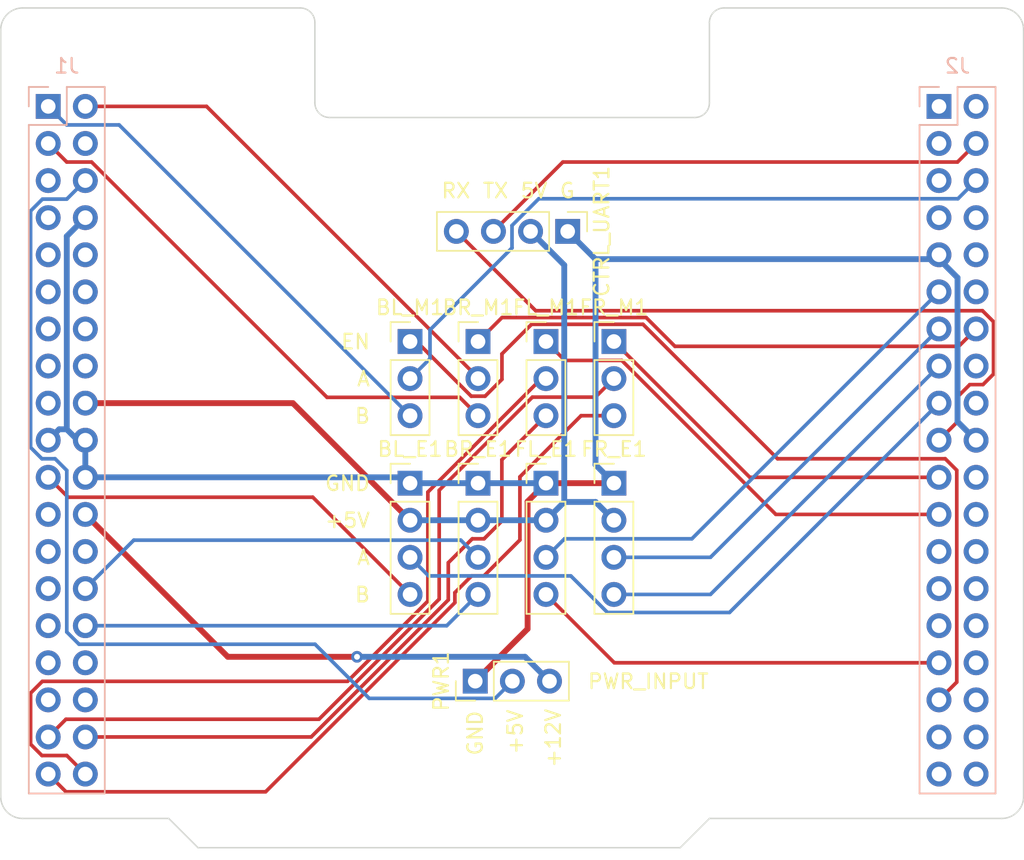
<source format=kicad_pcb>
(kicad_pcb (version 20221018) (generator pcbnew)
  (layers (0 "F.Cu" signal) (31 "B.Cu" signal) (34 "B.Paste" user) (35 "F.Paste" user) (36 "B.SilkS" user "B.Silkscreen") (37 "F.SilkS" user "F.Silkscreen") (38 "B.Mask" user) (39 "F.Mask" user) (44 "Edge.Cuts" user))
  (net 0 "")
  (net 1 "BL_ENCODER_A")
  (net 2 "BL_ENCODER_B")
  (net 3 "BL_MOTOR_EN")
  (net 4 "BL_MOTOR_A")
  (net 5 "VDD")
  (net 6 "/E5V")
  (net 7 "BL_MOTOR_B")
  (net 8 "GND")
  (net 9 "BR_ENCODER_A")
  (net 10 "BR_ENCODER_B")
  (net 11 "BR_MOTOR_EN")
  (net 12 "/IOREF")
  (net 13 "BR_MOTOR_A")
  (net 14 "/~{RST}")
  (net 15 "BR_MOTOR_B")
  (net 16 "+3V3")
  (net 17 "FL_ENCODER_A")
  (net 18 "+5V")
  (net 19 "FL_ENCODER_B")
  (net 20 "FL_MOTOR_EN")
  (net 21 "FL_MOTOR_A")
  (net 22 "FL_MOTOR_B")
  (net 23 "FR_ENCODER_A")
  (net 24 "FR_ENCODER_B")
  (net 25 "FR_MOTOR_EN")
  (net 26 "FR_MOTOR_A")
  (net 27 "FR_MOTOR_B")
  (net 28 "/PD2")
  (net 29 "+BATT")
  (net 30 "/BOOT0")
  (net 34 "/PA13")
  (net 35 "/PA14")
  (net 36 "/PA15")
  (net 37 "/PC13")
  (net 38 "/PC14")
  (net 40 "/PC15")
  (net 41 "VDDA")
  (net 42 "/5V_USB_CHGR")
  (net 43 "/PH0")
  (net 44 "/PH1")
  (net 45 "/PA4")
  (net 46 "/PB0")
  (net 47 "/PC9")
  (net 48 "/PC8")
  (net 49 "/PB8")
  (net 50 "TX6")
  (net 51 "/PB9")
  (net 53 "/PA12")
  (net 54 "/PB12")
  (net 56 "RX6")
  (net 57 "/PB2")
  (net 58 "/PB1")
  (net 59 "/PB10")
  (net 60 "/PB15")
  (net 61 "/PB4")
  (net 62 "/PB14")
  (net 63 "/PB5")
  (net 64 "GNDA")
  (net 65 "/PB13")
  (net 66 "/PC4")
  (net 67 "/PA2")
  (net 69 "/PA3")
  (net 71 "+12V")
  (footprint "Connector_PinHeader_2.54mm:PinHeader_1x04_P2.54mm_Vertical" (layer "F.Cu") (at 143.4631 88.04)
    (fp_text reference "FR_E1" (at 0 -2.33) (layer "F.SilkS"))
    (fp_text value "FR_ENCODER")
    (fp_line (start -1.33 -1.33) (end 0 -1.33) (stroke (width 0.12)) (layer "F.SilkS"))
    (fp_line (start -1.33 0) (end -1.33 -1.33) (stroke (width 0.12)) (layer "F.SilkS"))
    (fp_line (start -1.33 1.27) (end -1.33 8.95) (stroke (width 0.12)) (layer "F.SilkS"))
    (fp_line (start -1.33 1.27) (end 1.33 1.27) (stroke (width 0.12)) (layer "F.SilkS"))
    (fp_line (start -1.33 8.95) (end 1.33 8.95) (stroke (width 0.12)) (layer "F.SilkS"))
    (fp_line (start 1.33 1.27) (end 1.33 8.95) (stroke (width 0.12)) (layer "F.SilkS"))
    (pad "1" thru_hole rect locked (at 0 0) (size 1.7 1.7) (drill 1) (layers "*.Cu" "*.Mask") (net 8 "GND"))
    (pad "2" thru_hole oval locked (at 0 2.54) (size 1.7 1.7) (drill 1) (layers "*.Cu" "*.Mask") (net 18 "+5V"))
    (pad "3" thru_hole oval locked (at 0 5.08) (size 1.7 1.7) (drill 1) (layers "*.Cu" "*.Mask") (net 23 "FR_ENCODER_A"))
    (pad "4" thru_hole oval locked (at 0 7.62) (size 1.7 1.7) (drill 1) (layers "*.Cu" "*.Mask") (net 24 "FR_ENCODER_B"))
  )
  (footprint "MountingHole:MountingHole_3.2mm_M3" (layer "F.Cu") (at 160.63 59.7)
    (fp_text reference "H3" hide)
    (fp_text value "MountingHole" hide)
    (pad "" np_thru_hole circle locked (at 0 0) (size 3.2 3.2) (drill 3.2) (layers "*.Cu" "*.Mask"))
  )
  (footprint "Connector_PinHeader_2.54mm:PinHeader_1x04_P2.54mm_Vertical" (layer "F.Cu") (at 129.5131 88.04)
    (fp_text reference "BL_E1" (at 0 -2.33) (layer "F.SilkS"))
    (fp_text value "BL_ENCODER")
    (fp_line (start -1.33 -1.33) (end 0 -1.33) (stroke (width 0.12)) (layer "F.SilkS"))
    (fp_line (start -1.33 0) (end -1.33 -1.33) (stroke (width 0.12)) (layer "F.SilkS"))
    (fp_line (start -1.33 1.27) (end -1.33 8.95) (stroke (width 0.12)) (layer "F.SilkS"))
    (fp_line (start -1.33 1.27) (end 1.33 1.27) (stroke (width 0.12)) (layer "F.SilkS"))
    (fp_line (start -1.33 8.95) (end 1.33 8.95) (stroke (width 0.12)) (layer "F.SilkS"))
    (fp_line (start 1.33 1.27) (end 1.33 8.95) (stroke (width 0.12)) (layer "F.SilkS"))
    (pad "1" thru_hole rect locked (at 0 0) (size 1.7 1.7) (drill 1) (layers "*.Cu" "*.Mask") (net 8 "GND"))
    (pad "2" thru_hole oval locked (at 0 2.54) (size 1.7 1.7) (drill 1) (layers "*.Cu" "*.Mask") (net 18 "+5V"))
    (pad "3" thru_hole oval locked (at 0 5.08) (size 1.7 1.7) (drill 1) (layers "*.Cu" "*.Mask") (net 1 "BL_ENCODER_A"))
    (pad "4" thru_hole oval locked (at 0 7.62) (size 1.7 1.7) (drill 1) (layers "*.Cu" "*.Mask") (net 2 "BL_ENCODER_B"))
  )
  (footprint "Connector_PinHeader_2.54mm:PinHeader_1x03_P2.54mm_Vertical" (layer "F.Cu") (at 138.8131 78.34)
    (fp_text reference "FL_M1" (at 0 -2.33) (layer "F.SilkS"))
    (fp_text value "FL_MOTOR")
    (fp_line (start -1.33 -1.33) (end 0 -1.33) (stroke (width 0.12)) (layer "F.SilkS"))
    (fp_line (start -1.33 0) (end -1.33 -1.33) (stroke (width 0.12)) (layer "F.SilkS"))
    (fp_line (start -1.33 1.27) (end -1.33 6.41) (stroke (width 0.12)) (layer "F.SilkS"))
    (fp_line (start -1.33 1.27) (end 1.33 1.27) (stroke (width 0.12)) (layer "F.SilkS"))
    (fp_line (start -1.33 6.41) (end 1.33 6.41) (stroke (width 0.12)) (layer "F.SilkS"))
    (fp_line (start 1.33 1.27) (end 1.33 6.41) (stroke (width 0.12)) (layer "F.SilkS"))
    (pad "1" thru_hole rect locked (at 0 0) (size 1.7 1.7) (drill 1) (layers "*.Cu" "*.Mask") (net 20 "FL_MOTOR_EN"))
    (pad "2" thru_hole oval locked (at 0 2.54) (size 1.7 1.7) (drill 1) (layers "*.Cu" "*.Mask") (net 21 "FL_MOTOR_A"))
    (pad "3" thru_hole oval locked (at 0 5.08) (size 1.7 1.7) (drill 1) (layers "*.Cu" "*.Mask") (net 22 "FL_MOTOR_B"))
  )
  (footprint "Connector_PinHeader_2.54mm:PinHeader_1x03_P2.54mm_Vertical" (layer "F.Cu") (at 129.5131 78.34)
    (fp_text reference "BL_M1" (at 0 -2.33) (layer "F.SilkS"))
    (fp_text value "BL_MOTOR")
    (fp_line (start -1.33 -1.33) (end 0 -1.33) (stroke (width 0.12)) (layer "F.SilkS"))
    (fp_line (start -1.33 0) (end -1.33 -1.33) (stroke (width 0.12)) (layer "F.SilkS"))
    (fp_line (start -1.33 1.27) (end -1.33 6.41) (stroke (width 0.12)) (layer "F.SilkS"))
    (fp_line (start -1.33 1.27) (end 1.33 1.27) (stroke (width 0.12)) (layer "F.SilkS"))
    (fp_line (start -1.33 6.41) (end 1.33 6.41) (stroke (width 0.12)) (layer "F.SilkS"))
    (fp_line (start 1.33 1.27) (end 1.33 6.41) (stroke (width 0.12)) (layer "F.SilkS"))
    (pad "1" thru_hole rect locked (at 0 0) (size 1.7 1.7) (drill 1) (layers "*.Cu" "*.Mask") (net 3 "BL_MOTOR_EN"))
    (pad "2" thru_hole oval locked (at 0 2.54) (size 1.7 1.7) (drill 1) (layers "*.Cu" "*.Mask") (net 4 "BL_MOTOR_A"))
    (pad "3" thru_hole oval locked (at 0 5.08) (size 1.7 1.7) (drill 1) (layers "*.Cu" "*.Mask") (net 7 "BL_MOTOR_B"))
  )
  (footprint "Connector_PinHeader_2.54mm:PinHeader_1x03_P2.54mm_Vertical" (layer "F.Cu") (at 133.975 101.6 90)
    (fp_text reference "PWR1" (at 0 -2.33 90) (layer "F.SilkS"))
    (fp_text value "POWER")
    (fp_line (start -1.33 -1.33) (end 0 -1.33) (stroke (width 0.12)) (layer "F.SilkS"))
    (fp_line (start -1.33 0) (end -1.33 -1.33) (stroke (width 0.12)) (layer "F.SilkS"))
    (fp_line (start -1.33 1.27) (end -1.33 6.41) (stroke (width 0.12)) (layer "F.SilkS"))
    (fp_line (start -1.33 1.27) (end 1.33 1.27) (stroke (width 0.12)) (layer "F.SilkS"))
    (fp_line (start -1.33 6.41) (end 1.33 6.41) (stroke (width 0.12)) (layer "F.SilkS"))
    (fp_line (start 1.33 1.27) (end 1.33 6.41) (stroke (width 0.12)) (layer "F.SilkS"))
    (pad "1" thru_hole rect locked (at 0 0 90) (size 1.7 1.7) (drill 1) (layers "*.Cu" "*.Mask") (net 8 "GND"))
    (pad "2" thru_hole oval locked (at 0 2.54 90) (size 1.7 1.7) (drill 1) (layers "*.Cu" "*.Mask") (net 6 "/E5V"))
    (pad "3" thru_hole oval locked (at 0 5.08 90) (size 1.7 1.7) (drill 1) (layers "*.Cu" "*.Mask") (net 71 "+12V"))
  )
  (footprint "Connector_PinHeader_2.54mm:PinHeader_1x03_P2.54mm_Vertical" (layer "F.Cu") (at 143.4631 78.34)
    (fp_text reference "FR_M1" (at 0 -2.33) (layer "F.SilkS"))
    (fp_text value "FR_MOTOR")
    (fp_line (start -1.33 -1.33) (end 0 -1.33) (stroke (width 0.12)) (layer "F.SilkS"))
    (fp_line (start -1.33 0) (end -1.33 -1.33) (stroke (width 0.12)) (layer "F.SilkS"))
    (fp_line (start -1.33 1.27) (end -1.33 6.41) (stroke (width 0.12)) (layer "F.SilkS"))
    (fp_line (start -1.33 1.27) (end 1.33 1.27) (stroke (width 0.12)) (layer "F.SilkS"))
    (fp_line (start -1.33 6.41) (end 1.33 6.41) (stroke (width 0.12)) (layer "F.SilkS"))
    (fp_line (start 1.33 1.27) (end 1.33 6.41) (stroke (width 0.12)) (layer "F.SilkS"))
    (pad "1" thru_hole rect locked (at 0 0) (size 1.7 1.7) (drill 1) (layers "*.Cu" "*.Mask") (net 25 "FR_MOTOR_EN"))
    (pad "2" thru_hole oval locked (at 0 2.54) (size 1.7 1.7) (drill 1) (layers "*.Cu" "*.Mask") (net 26 "FR_MOTOR_A"))
    (pad "3" thru_hole oval locked (at 0 5.08) (size 1.7 1.7) (drill 1) (layers "*.Cu" "*.Mask") (net 27 "FR_MOTOR_B"))
  )
  (footprint "Connector_PinHeader_2.54mm:PinHeader_1x04_P2.54mm_Vertical" (layer "F.Cu") (at 134.1631 88.04)
    (fp_text reference "BR_E1" (at 0 -2.33) (layer "F.SilkS"))
    (fp_text value "BR_ENCODER")
    (fp_line (start -1.33 -1.33) (end 0 -1.33) (stroke (width 0.12)) (layer "F.SilkS"))
    (fp_line (start -1.33 0) (end -1.33 -1.33) (stroke (width 0.12)) (layer "F.SilkS"))
    (fp_line (start -1.33 1.27) (end -1.33 8.95) (stroke (width 0.12)) (layer "F.SilkS"))
    (fp_line (start -1.33 1.27) (end 1.33 1.27) (stroke (width 0.12)) (layer "F.SilkS"))
    (fp_line (start -1.33 8.95) (end 1.33 8.95) (stroke (width 0.12)) (layer "F.SilkS"))
    (fp_line (start 1.33 1.27) (end 1.33 8.95) (stroke (width 0.12)) (layer "F.SilkS"))
    (pad "1" thru_hole rect locked (at 0 0) (size 1.7 1.7) (drill 1) (layers "*.Cu" "*.Mask") (net 8 "GND"))
    (pad "2" thru_hole oval locked (at 0 2.54) (size 1.7 1.7) (drill 1) (layers "*.Cu" "*.Mask") (net 18 "+5V"))
    (pad "3" thru_hole oval locked (at 0 5.08) (size 1.7 1.7) (drill 1) (layers "*.Cu" "*.Mask") (net 9 "BR_ENCODER_A"))
    (pad "4" thru_hole oval locked (at 0 7.62) (size 1.7 1.7) (drill 1) (layers "*.Cu" "*.Mask") (net 10 "BR_ENCODER_B"))
  )
  (footprint "Connector_PinHeader_2.54mm:PinHeader_1x03_P2.54mm_Vertical" (layer "F.Cu") (at 134.1631 78.34)
    (fp_text reference "BR_M1" (at 0 -2.33) (layer "F.SilkS"))
    (fp_text value "BR_MOTOR")
    (fp_line (start -1.33 -1.33) (end 0 -1.33) (stroke (width 0.12)) (layer "F.SilkS"))
    (fp_line (start -1.33 0) (end -1.33 -1.33) (stroke (width 0.12)) (layer "F.SilkS"))
    (fp_line (start -1.33 1.27) (end -1.33 6.41) (stroke (width 0.12)) (layer "F.SilkS"))
    (fp_line (start -1.33 1.27) (end 1.33 1.27) (stroke (width 0.12)) (layer "F.SilkS"))
    (fp_line (start -1.33 6.41) (end 1.33 6.41) (stroke (width 0.12)) (layer "F.SilkS"))
    (fp_line (start 1.33 1.27) (end 1.33 6.41) (stroke (width 0.12)) (layer "F.SilkS"))
    (pad "1" thru_hole rect locked (at 0 0) (size 1.7 1.7) (drill 1) (layers "*.Cu" "*.Mask") (net 11 "BR_MOTOR_EN"))
    (pad "2" thru_hole oval locked (at 0 2.54) (size 1.7 1.7) (drill 1) (layers "*.Cu" "*.Mask") (net 13 "BR_MOTOR_A"))
    (pad "3" thru_hole oval locked (at 0 5.08) (size 1.7 1.7) (drill 1) (layers "*.Cu" "*.Mask") (net 15 "BR_MOTOR_B"))
  )
  (footprint "MountingHole:MountingHole_3.2mm_M3" (layer "F.Cu") (at 145.39 110.4)
    (fp_text reference "H1" hide)
    (fp_text value "MountingHole" hide)
    (pad "" np_thru_hole circle locked (at 0 0) (size 3.2 3.2) (drill 3.2) (layers "*.Cu" "*.Mask"))
  )
  (footprint "MountingHole:MountingHole_3.2mm_M3" (layer "F.Cu") (at 112.37 58.43)
    (fp_text reference "H2" hide)
    (fp_text value "MountingHole" hide)
    (pad "" np_thru_hole circle locked (at 0 0) (size 3.2 3.2) (drill 3.2) (layers "F&B.Cu" "*.Mask"))
  )
  (footprint "Connector_PinHeader_2.54mm:PinHeader_1x04_P2.54mm_Vertical" (layer "F.Cu") (at 140.3 70.8 -90)
    (fp_text reference "CTRL_UART1" (at 0 -2.33 -90) (layer "F.SilkS"))
    (fp_text value "CTRL_UART")
    (fp_line (start -1.33 -1.33) (end 0 -1.33) (stroke (width 0.12)) (layer "F.SilkS"))
    (fp_line (start -1.33 0) (end -1.33 -1.33) (stroke (width 0.12)) (layer "F.SilkS"))
    (fp_line (start -1.33 1.27) (end -1.33 8.95) (stroke (width 0.12)) (layer "F.SilkS"))
    (fp_line (start -1.33 1.27) (end 1.33 1.27) (stroke (width 0.12)) (layer "F.SilkS"))
    (fp_line (start -1.33 8.95) (end 1.33 8.95) (stroke (width 0.12)) (layer "F.SilkS"))
    (fp_line (start 1.33 1.27) (end 1.33 8.95) (stroke (width 0.12)) (layer "F.SilkS"))
    (pad "1" thru_hole rect locked (at 0 0 270) (size 1.7 1.7) (drill 1) (layers "*.Cu" "*.Mask") (net 8 "GND"))
    (pad "2" thru_hole oval locked (at 0 2.54 270) (size 1.7 1.7) (drill 1) (layers "*.Cu" "*.Mask") (net 18 "+5V"))
    (pad "3" thru_hole oval locked (at 0 5.08 270) (size 1.7 1.7) (drill 1) (layers "*.Cu" "*.Mask") (net 50 "TX6"))
    (pad "4" thru_hole oval locked (at 0 7.62 270) (size 1.7 1.7) (drill 1) (layers "*.Cu" "*.Mask") (net 56 "RX6"))
  )
  (footprint "Connector_PinHeader_2.54mm:PinHeader_1x04_P2.54mm_Vertical" (layer "F.Cu") (at 138.8131 88.04)
    (fp_text reference "FL_E1" (at 0 -2.33) (layer "F.SilkS"))
    (fp_text value "FL_ENCODER")
    (fp_line (start -1.33 -1.33) (end 0 -1.33) (stroke (width 0.12)) (layer "F.SilkS"))
    (fp_line (start -1.33 0) (end -1.33 -1.33) (stroke (width 0.12)) (layer "F.SilkS"))
    (fp_line (start -1.33 1.27) (end -1.33 8.95) (stroke (width 0.12)) (layer "F.SilkS"))
    (fp_line (start -1.33 1.27) (end 1.33 1.27) (stroke (width 0.12)) (layer "F.SilkS"))
    (fp_line (start -1.33 8.95) (end 1.33 8.95) (stroke (width 0.12)) (layer "F.SilkS"))
    (fp_line (start 1.33 1.27) (end 1.33 8.95) (stroke (width 0.12)) (layer "F.SilkS"))
    (pad "1" thru_hole rect locked (at 0 0) (size 1.7 1.7) (drill 1) (layers "*.Cu" "*.Mask") (net 8 "GND"))
    (pad "2" thru_hole oval locked (at 0 2.54) (size 1.7 1.7) (drill 1) (layers "*.Cu" "*.Mask") (net 18 "+5V"))
    (pad "3" thru_hole oval locked (at 0 5.08) (size 1.7 1.7) (drill 1) (layers "*.Cu" "*.Mask") (net 17 "FL_ENCODER_A"))
    (pad "4" thru_hole oval locked (at 0 7.62) (size 1.7 1.7) (drill 1) (layers "*.Cu" "*.Mask") (net 19 "FL_ENCODER_B"))
  )
  (footprint "Connector_PinSocket_2.54mm:PinSocket_2x19_P2.54mm_Vertical" (layer "B.Cu") (at 165.71 62.24 180)
    (fp_text reference "J2" (at -1.27 2.77) (layer "B.SilkS") (effects (justify mirror)))
    (fp_text value "CN10")
    (fp_line (start -3.87 -47.05) (end 1.33 -47.05) (stroke (width 0.12)) (layer "B.SilkS"))
    (fp_line (start -3.87 1.33) (end -3.87 -47.05) (stroke (width 0.12)) (layer "B.SilkS"))
    (fp_line (start -3.87 1.33) (end -1.27 1.33) (stroke (width 0.12)) (layer "B.SilkS"))
    (fp_line (start -1.27 -1.27) (end 1.33 -1.27) (stroke (width 0.12)) (layer "B.SilkS"))
    (fp_line (start -1.27 1.33) (end -1.27 -1.27) (stroke (width 0.12)) (layer "B.SilkS"))
    (fp_line (start 0 1.33) (end 1.33 1.33) (stroke (width 0.12)) (layer "B.SilkS"))
    (fp_line (start 1.33 -1.27) (end 1.33 -47.05) (stroke (width 0.12)) (layer "B.SilkS"))
    (fp_line (start 1.33 1.33) (end 1.33 0) (stroke (width 0.12)) (layer "B.SilkS"))
    (pad "1" thru_hole rect locked (at 0 0 180) (size 1.7 1.7) (drill 1) (layers "*.Cu" "*.Mask") (net 47 "/PC9"))
    (pad "2" thru_hole oval locked (at -2.54 0 180) (size 1.7 1.7) (drill 1) (layers "*.Cu" "*.Mask") (net 48 "/PC8"))
    (pad "3" thru_hole oval locked (at 0 -2.54 180) (size 1.7 1.7) (drill 1) (layers "*.Cu" "*.Mask") (net 49 "/PB8"))
    (pad "4" thru_hole oval locked (at -2.54 -2.54 180) (size 1.7 1.7) (drill 1) (layers "*.Cu" "*.Mask") (net 50 "TX6"))
    (pad "5" thru_hole oval locked (at 0 -5.08 180) (size 1.7 1.7) (drill 1) (layers "*.Cu" "*.Mask") (net 51 "/PB9"))
    (pad "6" thru_hole oval locked (at -2.54 -5.08 180) (size 1.7 1.7) (drill 1) (layers "*.Cu" "*.Mask") (net 4 "BL_MOTOR_A"))
    (pad "7" thru_hole oval locked (at 0 -7.62 180) (size 1.7 1.7) (drill 1) (layers "*.Cu" "*.Mask") (net 41 "VDDA"))
    (pad "8" thru_hole oval locked (at -2.54 -7.62 180) (size 1.7 1.7) (drill 1) (layers "*.Cu" "*.Mask") (net 42 "/5V_USB_CHGR"))
    (pad "9" thru_hole oval locked (at 0 -10.16 180) (size 1.7 1.7) (drill 1) (layers "*.Cu" "*.Mask") (net 8 "GND"))
    (pad "10" thru_hole oval locked (at -2.54 -10.16 180) (size 1.7 1.7) (drill 1) (layers "*.Cu" "*.Mask"))
    (pad "11" thru_hole oval locked (at 0 -12.7 180) (size 1.7 1.7) (drill 1) (layers "*.Cu" "*.Mask") (net 17 "FL_ENCODER_A"))
    (pad "12" thru_hole oval locked (at -2.54 -12.7 180) (size 1.7 1.7) (drill 1) (layers "*.Cu" "*.Mask") (net 53 "/PA12"))
    (pad "13" thru_hole oval locked (at 0 -15.24 180) (size 1.7 1.7) (drill 1) (layers "*.Cu" "*.Mask") (net 23 "FR_ENCODER_A"))
    (pad "14" thru_hole oval locked (at -2.54 -15.24 180) (size 1.7 1.7) (drill 1) (layers "*.Cu" "*.Mask") (net 11 "BR_MOTOR_EN"))
    (pad "15" thru_hole oval locked (at 0 -17.78 180) (size 1.7 1.7) (drill 1) (layers "*.Cu" "*.Mask") (net 24 "FR_ENCODER_B"))
    (pad "16" thru_hole oval locked (at -2.54 -17.78 180) (size 1.7 1.7) (drill 1) (layers "*.Cu" "*.Mask") (net 54 "/PB12"))
    (pad "17" thru_hole oval locked (at 0 -20.32 180) (size 1.7 1.7) (drill 1) (layers "*.Cu" "*.Mask") (net 1 "BL_ENCODER_A"))
    (pad "18" thru_hole oval locked (at -2.54 -20.32 180) (size 1.7 1.7) (drill 1) (layers "*.Cu" "*.Mask"))
    (pad "19" thru_hole oval locked (at 0 -22.86 180) (size 1.7 1.7) (drill 1) (layers "*.Cu" "*.Mask") (net 56 "RX6"))
    (pad "20" thru_hole oval locked (at -2.54 -22.86 180) (size 1.7 1.7) (drill 1) (layers "*.Cu" "*.Mask") (net 8 "GND"))
    (pad "21" thru_hole oval locked (at 0 -25.4 180) (size 1.7 1.7) (drill 1) (layers "*.Cu" "*.Mask") (net 25 "FR_MOTOR_EN"))
    (pad "22" thru_hole oval locked (at -2.54 -25.4 180) (size 1.7 1.7) (drill 1) (layers "*.Cu" "*.Mask") (net 57 "/PB2"))
    (pad "23" thru_hole oval locked (at 0 -27.94 180) (size 1.7 1.7) (drill 1) (layers "*.Cu" "*.Mask") (net 20 "FL_MOTOR_EN"))
    (pad "24" thru_hole oval locked (at -2.54 -27.94 180) (size 1.7 1.7) (drill 1) (layers "*.Cu" "*.Mask") (net 58 "/PB1"))
    (pad "25" thru_hole oval locked (at 0 -30.48 180) (size 1.7 1.7) (drill 1) (layers "*.Cu" "*.Mask") (net 59 "/PB10"))
    (pad "26" thru_hole oval locked (at -2.54 -30.48 180) (size 1.7 1.7) (drill 1) (layers "*.Cu" "*.Mask") (net 60 "/PB15"))
    (pad "27" thru_hole oval locked (at 0 -33.02 180) (size 1.7 1.7) (drill 1) (layers "*.Cu" "*.Mask") (net 61 "/PB4"))
    (pad "28" thru_hole oval locked (at -2.54 -33.02 180) (size 1.7 1.7) (drill 1) (layers "*.Cu" "*.Mask") (net 62 "/PB14"))
    (pad "29" thru_hole oval locked (at 0 -35.56 180) (size 1.7 1.7) (drill 1) (layers "*.Cu" "*.Mask") (net 63 "/PB5"))
    (pad "30" thru_hole oval locked (at -2.54 -35.56 180) (size 1.7 1.7) (drill 1) (layers "*.Cu" "*.Mask") (net 65 "/PB13"))
    (pad "31" thru_hole oval locked (at 0 -38.1 180) (size 1.7 1.7) (drill 1) (layers "*.Cu" "*.Mask") (net 19 "FL_ENCODER_B"))
    (pad "32" thru_hole oval locked (at -2.54 -38.1 180) (size 1.7 1.7) (drill 1) (layers "*.Cu" "*.Mask") (net 64 "GNDA"))
    (pad "33" thru_hole oval locked (at 0 -40.64 180) (size 1.7 1.7) (drill 1) (layers "*.Cu" "*.Mask") (net 3 "BL_MOTOR_EN"))
    (pad "34" thru_hole oval locked (at -2.54 -40.64 180) (size 1.7 1.7) (drill 1) (layers "*.Cu" "*.Mask") (net 66 "/PC4"))
    (pad "35" thru_hole oval locked (at 0 -43.18 180) (size 1.7 1.7) (drill 1) (layers "*.Cu" "*.Mask") (net 67 "/PA2"))
    (pad "36" thru_hole oval locked (at -2.54 -43.18 180) (size 1.7 1.7) (drill 1) (layers "*.Cu" "*.Mask"))
    (pad "37" thru_hole oval locked (at 0 -45.72 180) (size 1.7 1.7) (drill 1) (layers "*.Cu" "*.Mask") (net 69 "/PA3"))
    (pad "38" thru_hole oval locked (at -2.54 -45.72 180) (size 1.7 1.7) (drill 1) (layers "*.Cu" "*.Mask"))
  )
  (footprint "Connector_PinSocket_2.54mm:PinSocket_2x19_P2.54mm_Vertical" (layer "B.Cu") (at 104.75 62.24 180)
    (fp_text reference "J1" (at -1.27 2.77) (layer "B.SilkS") (effects (justify mirror)))
    (fp_text value "CN7")
    (fp_line (start -3.87 -47.05) (end 1.33 -47.05) (stroke (width 0.12)) (layer "B.SilkS"))
    (fp_line (start -3.87 1.33) (end -3.87 -47.05) (stroke (width 0.12)) (layer "B.SilkS"))
    (fp_line (start -3.87 1.33) (end -1.27 1.33) (stroke (width 0.12)) (layer "B.SilkS"))
    (fp_line (start -1.27 -1.27) (end 1.33 -1.27) (stroke (width 0.12)) (layer "B.SilkS"))
    (fp_line (start -1.27 1.33) (end -1.27 -1.27) (stroke (width 0.12)) (layer "B.SilkS"))
    (fp_line (start 0 1.33) (end 1.33 1.33) (stroke (width 0.12)) (layer "B.SilkS"))
    (fp_line (start 1.33 -1.27) (end 1.33 -47.05) (stroke (width 0.12)) (layer "B.SilkS"))
    (fp_line (start 1.33 1.33) (end 1.33 0) (stroke (width 0.12)) (layer "B.SilkS"))
    (pad "1" thru_hole rect locked (at 0 0 180) (size 1.7 1.7) (drill 1) (layers "*.Cu" "*.Mask") (net 7 "BL_MOTOR_B"))
    (pad "2" thru_hole oval locked (at -2.54 0 180) (size 1.7 1.7) (drill 1) (layers "*.Cu" "*.Mask") (net 13 "BR_MOTOR_A"))
    (pad "3" thru_hole oval locked (at 0 -2.54 180) (size 1.7 1.7) (drill 1) (layers "*.Cu" "*.Mask") (net 15 "BR_MOTOR_B"))
    (pad "4" thru_hole oval locked (at -2.54 -2.54 180) (size 1.7 1.7) (drill 1) (layers "*.Cu" "*.Mask") (net 28 "/PD2"))
    (pad "5" thru_hole oval locked (at 0 -5.08 180) (size 1.7 1.7) (drill 1) (layers "*.Cu" "*.Mask") (net 5 "VDD"))
    (pad "6" thru_hole oval locked (at -2.54 -5.08 180) (size 1.7 1.7) (drill 1) (layers "*.Cu" "*.Mask") (net 6 "/E5V"))
    (pad "7" thru_hole oval locked (at 0 -7.62 180) (size 1.7 1.7) (drill 1) (layers "*.Cu" "*.Mask") (net 30 "/BOOT0"))
    (pad "8" thru_hole oval locked (at -2.54 -7.62 180) (size 1.7 1.7) (drill 1) (layers "*.Cu" "*.Mask") (net 8 "GND"))
    (pad "9" thru_hole oval locked (at 0 -10.16 180) (size 1.7 1.7) (drill 1) (layers "*.Cu" "*.Mask"))
    (pad "10" thru_hole oval locked (at -2.54 -10.16 180) (size 1.7 1.7) (drill 1) (layers "*.Cu" "*.Mask"))
    (pad "11" thru_hole oval locked (at 0 -12.7 180) (size 1.7 1.7) (drill 1) (layers "*.Cu" "*.Mask"))
    (pad "12" thru_hole oval locked (at -2.54 -12.7 180) (size 1.7 1.7) (drill 1) (layers "*.Cu" "*.Mask") (net 12 "/IOREF"))
    (pad "13" thru_hole oval locked (at 0 -15.24 180) (size 1.7 1.7) (drill 1) (layers "*.Cu" "*.Mask") (net 34 "/PA13"))
    (pad "14" thru_hole oval locked (at -2.54 -15.24 180) (size 1.7 1.7) (drill 1) (layers "*.Cu" "*.Mask") (net 14 "/~{RST}"))
    (pad "15" thru_hole oval locked (at 0 -17.78 180) (size 1.7 1.7) (drill 1) (layers "*.Cu" "*.Mask") (net 35 "/PA14"))
    (pad "16" thru_hole oval locked (at -2.54 -17.78 180) (size 1.7 1.7) (drill 1) (layers "*.Cu" "*.Mask") (net 16 "+3V3"))
    (pad "17" thru_hole oval locked (at 0 -20.32 180) (size 1.7 1.7) (drill 1) (layers "*.Cu" "*.Mask") (net 36 "/PA15"))
    (pad "18" thru_hole oval locked (at -2.54 -20.32 180) (size 1.7 1.7) (drill 1) (layers "*.Cu" "*.Mask") (net 18 "+5V"))
    (pad "19" thru_hole oval locked (at 0 -22.86 180) (size 1.7 1.7) (drill 1) (layers "*.Cu" "*.Mask") (net 8 "GND"))
    (pad "20" thru_hole oval locked (at -2.54 -22.86 180) (size 1.7 1.7) (drill 1) (layers "*.Cu" "*.Mask") (net 8 "GND"))
    (pad "21" thru_hole oval locked (at 0 -25.4 180) (size 1.7 1.7) (drill 1) (layers "*.Cu" "*.Mask") (net 2 "BL_ENCODER_B"))
    (pad "22" thru_hole oval locked (at -2.54 -25.4 180) (size 1.7 1.7) (drill 1) (layers "*.Cu" "*.Mask") (net 8 "GND"))
    (pad "23" thru_hole oval locked (at 0 -27.94 180) (size 1.7 1.7) (drill 1) (layers "*.Cu" "*.Mask") (net 37 "/PC13"))
    (pad "24" thru_hole oval locked (at -2.54 -27.94 180) (size 1.7 1.7) (drill 1) (layers "*.Cu" "*.Mask") (net 71 "+12V"))
    (pad "25" thru_hole oval locked (at 0 -30.48 180) (size 1.7 1.7) (drill 1) (layers "*.Cu" "*.Mask") (net 38 "/PC14"))
    (pad "26" thru_hole oval locked (at -2.54 -30.48 180) (size 1.7 1.7) (drill 1) (layers "*.Cu" "*.Mask"))
    (pad "27" thru_hole oval locked (at 0 -33.02 180) (size 1.7 1.7) (drill 1) (layers "*.Cu" "*.Mask") (net 40 "/PC15"))
    (pad "28" thru_hole oval locked (at -2.54 -33.02 180) (size 1.7 1.7) (drill 1) (layers "*.Cu" "*.Mask") (net 9 "BR_ENCODER_A"))
    (pad "29" thru_hole oval locked (at 0 -35.56 180) (size 1.7 1.7) (drill 1) (layers "*.Cu" "*.Mask") (net 43 "/PH0"))
    (pad "30" thru_hole oval locked (at -2.54 -35.56 180) (size 1.7 1.7) (drill 1) (layers "*.Cu" "*.Mask") (net 10 "BR_ENCODER_B"))
    (pad "31" thru_hole oval locked (at 0 -38.1 180) (size 1.7 1.7) (drill 1) (layers "*.Cu" "*.Mask") (net 44 "/PH1"))
    (pad "32" thru_hole oval locked (at -2.54 -38.1 180) (size 1.7 1.7) (drill 1) (layers "*.Cu" "*.Mask") (net 45 "/PA4"))
    (pad "33" thru_hole oval locked (at 0 -40.64 180) (size 1.7 1.7) (drill 1) (layers "*.Cu" "*.Mask") (net 29 "+BATT"))
    (pad "34" thru_hole oval locked (at -2.54 -40.64 180) (size 1.7 1.7) (drill 1) (layers "*.Cu" "*.Mask") (net 46 "/PB0"))
    (pad "35" thru_hole oval locked (at 0 -43.18 180) (size 1.7 1.7) (drill 1) (layers "*.Cu" "*.Mask") (net 26 "FR_MOTOR_A"))
    (pad "36" thru_hole oval locked (at -2.54 -43.18 180) (size 1.7 1.7) (drill 1) (layers "*.Cu" "*.Mask") (net 22 "FL_MOTOR_B"))
    (pad "37" thru_hole oval locked (at 0 -45.72 180) (size 1.7 1.7) (drill 1) (layers "*.Cu" "*.Mask") (net 27 "FR_MOTOR_B"))
    (pad "38" thru_hole oval locked (at -2.54 -45.72 180) (size 1.7 1.7) (drill 1) (layers "*.Cu" "*.Mask") (net 21 "FL_MOTOR_A"))
  )
  (gr_line (start 151 55.5) (end 170 55.5) (stroke (width 0.1)) (layer "Edge.Cuts"))
  (gr_line (start 148 113) (end 150 111) (stroke (width 0.1)) (layer "Edge.Cuts"))
  (gr_arc (start 101.5 57) (mid 101.93934 55.93934) (end 103 55.5) (stroke (width 0.1)) (layer "Edge.Cuts"))
  (gr_line (start 150 62) (end 150 56.5) (stroke (width 0.1)) (layer "Edge.Cuts"))
  (gr_arc (start 122 55.5) (mid 122.707107 55.792893) (end 123 56.5) (stroke (width 0.1)) (layer "Edge.Cuts"))
  (gr_arc (start 103 111) (mid 101.93934 110.56066) (end 101.5 109.5) (stroke (width 0.1)) (layer "Edge.Cuts"))
  (gr_arc (start 150 56.5) (mid 150.292893 55.792893) (end 151 55.5) (stroke (width 0.1)) (layer "Edge.Cuts"))
  (gr_arc (start 171.5 109.5) (mid 171.06066 110.56066) (end 170 111) (stroke (width 0.1)) (layer "Edge.Cuts"))
  (gr_line (start 123 56.5) (end 123 62) (stroke (width 0.1)) (layer "Edge.Cuts"))
  (gr_arc (start 150 62) (mid 149.707107 62.707107) (end 149 63) (stroke (width 0.1)) (layer "Edge.Cuts"))
  (gr_line (start 171.5 57) (end 171.5 109.5) (stroke (width 0.1)) (layer "Edge.Cuts"))
  (gr_line (start 115 113) (end 148 113) (stroke (width 0.1)) (layer "Edge.Cuts"))
  (gr_arc (start 170 55.5) (mid 171.06066 55.93934) (end 171.5 57) (stroke (width 0.1)) (layer "Edge.Cuts"))
  (gr_line (start 113 111) (end 115 113) (stroke (width 0.1)) (layer "Edge.Cuts"))
  (gr_arc (start 124 63) (mid 123.292893 62.707107) (end 123 62) (stroke (width 0.1)) (layer "Edge.Cuts"))
  (gr_line (start 103 55.5) (end 122 55.5) (stroke (width 0.1)) (layer "Edge.Cuts"))
  (gr_line (start 101.5 57) (end 101.5 109.5) (stroke (width 0.1)) (layer "Edge.Cuts"))
  (gr_line (start 124 63) (end 149 63) (stroke (width 0.1)) (layer "Edge.Cuts"))
  (gr_line (start 103 111) (end 113 111) (stroke (width 0.1)) (layer "Edge.Cuts"))
  (gr_line (start 150 111) (end 170 111) (stroke (width 0.1)) (layer "Edge.Cuts"))
  (gr_text "TX" (at 134.404524 68.6) (layer "F.SilkS") (effects (font (size 1 1)) (justify left bottom)))
  (gr_text "GND" (at 123.609524 88.64175) (layer "F.SilkS") (effects (font (size 1 1)) (justify left bottom)))
  (gr_text "A" (at 125.8 81.48175) (layer "F.SilkS") (effects (font (size 1 1)) (justify left bottom)))
  (gr_text "G" (at 139.675 68.6) (layer "F.SilkS") (effects (font (size 1 1)) (justify left bottom)))
  (gr_text "A" (at 125.8 93.72175) (layer "F.SilkS") (effects (font (size 1 1)) (justify left bottom)))
  (gr_text "EN" (at 124.704762 78.94175) (layer "F.SilkS") (effects (font (size 1 1)) (justify left bottom)))
  (gr_text "GND" (at 134.556086 106.778046 90) (layer "F.SilkS") (effects (font (size 1 1)) (justify left bottom)))
  (gr_text "B" (at 125.657143 84.02175) (layer "F.SilkS") (effects (font (size 1 1)) (justify left bottom)))
  (gr_text "B" (at 125.657143 96.26175) (layer "F.SilkS") (effects (font (size 1 1)) (justify left bottom)))
  (gr_text "+5V" (at 137.3 106.7 90) (layer "F.SilkS") (effects (font (size 1 1)) (justify left bottom)))
  (gr_text "+5V" (at 123.609524 91.18175) (layer "F.SilkS") (effects (font (size 1 1)) (justify left bottom)))
  (gr_text "PWR_INPUT" (at 141.6 102.20175) (layer "F.SilkS") (effects (font (size 1 1)) (justify left bottom)))
  (gr_text "5V" (at 136.992143 68.6) (layer "F.SilkS") (effects (font (size 1 1)) (justify left bottom)))
  (gr_text "RX" (at 131.57881 68.6) (layer "F.SilkS") (effects (font (size 1 1)) (justify left bottom)))
  (gr_text "+12V" (at 139.9 107.6 90) (layer "F.SilkS") (effects (font (size 1 1)) (justify left bottom)))
  (segment (start 165.71 82.56) (end 151.3748 96.8952) (width 0.25) (layer "B.Cu") (net 1))
  (segment (start 130.7831 94.39) (end 129.5131 93.12) (width 0.25) (layer "B.Cu") (net 1))
  (segment (start 151.3748 96.8952) (end 143.0211 96.8952) (width 0.25) (layer "B.Cu") (net 1))
  (segment (start 143.0211 96.8952) (end 140.5159 94.39) (width 0.25) (layer "B.Cu") (net 1))
  (segment (start 140.5159 94.39) (end 130.7831 94.39) (width 0.25) (layer "B.Cu") (net 1))
  (segment (start 106.1131 89.0031) (end 122.8562 89.0031) (width 0.25) (layer "F.Cu") (net 2))
  (segment (start 122.8562 89.0031) (end 129.5131 95.66) (width 0.25) (layer "F.Cu") (net 2))
  (segment (start 104.75 87.64) (end 106.1131 89.0031) (width 0.25) (layer "F.Cu") (net 2))
  (segment (start 135.8011 79.1897) (end 135.8011 80.9303) (width 0.25) (layer "F.Cu") (net 3))
  (segment (start 145.4565 77.1631) (end 137.8277 77.1631) (width 0.25) (layer "F.Cu") (net 3))
  (segment (start 134.646 82.0854) (end 133.6995 82.0854) (width 0.25) (layer "F.Cu") (net 3))
  (segment (start 154.6634 86.37) (end 145.4565 77.1631) (width 0.25) (layer "F.Cu") (net 3))
  (segment (start 166.9276 87.1567) (end 166.1409 86.37) (width 0.25) (layer "F.Cu") (net 3))
  (segment (start 166.1409 86.37) (end 154.6634 86.37) (width 0.25) (layer "F.Cu") (net 3))
  (segment (start 137.8277 77.1631) (end 135.8011 79.1897) (width 0.25) (layer "F.Cu") (net 3))
  (segment (start 133.6995 82.0854) (end 129.9541 78.34) (width 0.25) (layer "F.Cu") (net 3))
  (segment (start 166.9276 101.6624) (end 166.9276 87.1567) (width 0.25) (layer "F.Cu") (net 3))
  (segment (start 129.9541 78.34) (end 129.5131 78.34) (width 0.25) (layer "F.Cu") (net 3))
  (segment (start 135.8011 80.9303) (end 134.646 82.0854) (width 0.25) (layer "F.Cu") (net 3))
  (segment (start 165.71 102.88) (end 166.9276 101.6624) (width 0.25) (layer "F.Cu") (net 3))
  (segment (start 130.8777 79.5154) (end 129.5131 80.88) (width 0.25) (layer "B.Cu") (net 4))
  (segment (start 136.49 71.9326) (end 130.8777 77.5449) (width 0.25) (layer "B.Cu") (net 4))
  (segment (start 130.8777 77.5449) (end 130.8777 79.5154) (width 0.25) (layer "B.Cu") (net 4))
  (segment (start 138.3222 68.5643) (end 136.49 70.3965) (width 0.25) (layer "B.Cu") (net 4))
  (segment (start 168.25 67.32) (end 167.0057 68.5643) (width 0.25) (layer "B.Cu") (net 4))
  (segment (start 136.49 70.3965) (end 136.49 71.9326) (width 0.25) (layer "B.Cu") (net 4))
  (segment (start 167.0057 68.5643) (end 138.3222 68.5643) (width 0.25) (layer "B.Cu") (net 4))
  (segment (start 107.29 67.32) (end 106.02 68.59) (width 0.25) (layer "B.Cu") (net 6))
  (segment (start 106.8591 99.07) (end 123.0107 99.07) (width 0.25) (layer "B.Cu") (net 6))
  (segment (start 123.0107 99.07) (end 126.7176 102.7769) (width 0.25) (layer "B.Cu") (net 6))
  (segment (start 135.3381 102.7769) (end 136.515 101.6) (width 0.25) (layer "B.Cu") (net 6))
  (segment (start 104.3189 86.37) (end 105.2226 86.37) (width 0.25) (layer "B.Cu") (net 6))
  (segment (start 103.5433 85.5944) (end 104.3189 86.37) (width 0.25) (layer "B.Cu") (net 6))
  (segment (start 106.02 68.59) (end 104.3556 68.59) (width 0.25) (layer "B.Cu") (net 6))
  (segment (start 104.3556 68.59) (end 103.5433 69.4023) (width 0.25) (layer "B.Cu") (net 6))
  (segment (start 103.5433 69.4023) (end 103.5433 85.5944) (width 0.25) (layer "B.Cu") (net 6))
  (segment (start 126.7176 102.7769) (end 135.3381 102.7769) (width 0.25) (layer "B.Cu") (net 6))
  (segment (start 106.02 98.2309) (end 106.8591 99.07) (width 0.25) (layer "B.Cu") (net 6))
  (segment (start 106.02 87.1674) (end 106.02 98.2309) (width 0.25) (layer "B.Cu") (net 6))
  (segment (start 105.2226 86.37) (end 106.02 87.1674) (width 0.25) (layer "B.Cu") (net 6))
  (segment (start 106.02 63.51) (end 109.6031 63.51) (width 0.25) (layer "B.Cu") (net 7))
  (segment (start 109.6031 63.51) (end 129.5131 83.42) (width 0.25) (layer "B.Cu") (net 7))
  (segment (start 104.75 62.24) (end 106.02 63.51) (width 0.25) (layer "B.Cu") (net 7))
  (segment (start 138.8131 88.04) (end 143.4631 88.04) (width 0.4) (layer "F.Cu") (net 8))
  (segment (start 137.5577 89.2954) (end 138.8131 88.04) (width 0.4) (layer "F.Cu") (net 8))
  (segment (start 133.975 101.6) (end 137.5577 98.0173) (width 0.4) (layer "F.Cu") (net 8))
  (segment (start 137.5577 98.0173) (end 137.5577 89.2954) (width 0.4) (layer "F.Cu") (net 8))
  (segment (start 104.75 85.1) (end 105.4976 84.3524) (width 0.4) (layer "B.Cu") (net 8))
  (segment (start 166.98 73.9691) (end 165.71 72.6991) (width 0.4) (layer "B.Cu") (net 8))
  (segment (start 129.1131 87.64) (end 129.5131 88.04) (width 0.4) (layer "B.Cu") (net 8))
  (segment (start 142.2059 86.7828) (end 142.2059 72.7059) (width 0.4) (layer "B.Cu") (net 8))
  (segment (start 165.71 72.6991) (end 142.2127 72.6991) (width 0.4) (layer "B.Cu") (net 8))
  (segment (start 166.98 83.83) (end 166.98 73.9691) (width 0.4) (layer "B.Cu") (net 8))
  (segment (start 134.1631 88.04) (end 138.8131 88.04) (width 0.4) (layer "B.Cu") (net 8))
  (segment (start 129.5131 88.04) (end 134.1631 88.04) (width 0.4) (layer "B.Cu") (net 8))
  (segment (start 165.71 72.6991) (end 165.71 72.4) (width 0.4) (layer "B.Cu") (net 8))
  (segment (start 107.29 85.1) (end 106.7676 85.1) (width 0.4) (layer "B.Cu") (net 8))
  (segment (start 106.7676 85.1) (end 106.02 84.3524) (width 0.4) (layer "B.Cu") (net 8))
  (segment (start 107.29 87.64) (end 107.29 85.1) (width 0.4) (layer "B.Cu") (net 8))
  (segment (start 142.2059 72.7059) (end 140.3 70.8) (width 0.4) (layer "B.Cu") (net 8))
  (segment (start 105.4976 84.3524) (end 106.02 84.3524) (width 0.4) (layer "B.Cu") (net 8))
  (segment (start 106.02 71.13) (end 107.29 69.86) (width 0.4) (layer "B.Cu") (net 8))
  (segment (start 106.02 84.3524) (end 106.02 71.13) (width 0.4) (layer "B.Cu") (net 8))
  (segment (start 107.29 87.64) (end 129.1131 87.64) (width 0.4) (layer "B.Cu") (net 8))
  (segment (start 142.2127 72.6991) (end 142.2059 72.7059) (width 0.4) (layer "B.Cu") (net 8))
  (segment (start 168.25 85.1) (end 166.98 83.83) (width 0.4) (layer "B.Cu") (net 8))
  (segment (start 143.4631 88.04) (end 142.2059 86.7828) (width 0.4) (layer "B.Cu") (net 8))
  (segment (start 107.29 95.26) (end 110.6069 91.9431) (width 0.25) (layer "B.Cu") (net 9))
  (segment (start 132.9862 91.9431) (end 134.1631 93.12) (width 0.25) (layer "B.Cu") (net 9))
  (segment (start 110.6069 91.9431) (end 132.9862 91.9431) (width 0.25) (layer "B.Cu") (net 9))
  (segment (start 132.0231 97.8) (end 134.1631 95.66) (width 0.25) (layer "B.Cu") (net 10))
  (segment (start 107.29 97.8) (end 132.0231 97.8) (width 0.25) (layer "B.Cu") (net 10))
  (segment (start 168.25 77.48) (end 167.0594 78.6706) (width 0.25) (layer "F.Cu") (net 11))
  (segment (start 147.641 78.6706) (end 145.6699 76.6995) (width 0.25) (layer "F.Cu") (net 11))
  (segment (start 145.6699 76.6995) (end 135.8036 76.6995) (width 0.25) (layer "F.Cu") (net 11))
  (segment (start 135.8036 76.6995) (end 134.1631 78.34) (width 0.25) (layer "F.Cu") (net 11))
  (segment (start 167.0594 78.6706) (end 147.641 78.6706) (width 0.25) (layer "F.Cu") (net 11))
  (segment (start 115.5842 62.24) (end 134.1631 80.8189) (width 0.25) (layer "F.Cu") (net 13))
  (segment (start 134.1631 80.8189) (end 134.1631 80.88) (width 0.25) (layer "F.Cu") (net 13))
  (segment (start 107.29 62.24) (end 115.5842 62.24) (width 0.25) (layer "F.Cu") (net 13))
  (segment (start 106.02 66.05) (end 107.7177 66.05) (width 0.25) (layer "F.Cu") (net 15))
  (segment (start 132.9076 82.1645) (end 134.1631 83.42) (width 0.25) (layer "F.Cu") (net 15))
  (segment (start 107.7177 66.05) (end 123.8322 82.1645) (width 0.25) (layer "F.Cu") (net 15))
  (segment (start 123.8322 82.1645) (end 132.9076 82.1645) (width 0.25) (layer "F.Cu") (net 15))
  (segment (start 104.75 64.78) (end 106.02 66.05) (width 0.25) (layer "F.Cu") (net 15))
  (segment (start 148.8 91.85) (end 140.0831 91.85) (width 0.25) (layer "B.Cu") (net 17))
  (segment (start 165.71 74.94) (end 148.8 91.85) (width 0.25) (layer "B.Cu") (net 17))
  (segment (start 140.0831 91.85) (end 138.8131 93.12) (width 0.25) (layer "B.Cu") (net 17))
  (segment (start 107.29 82.56) (end 121.4931 82.56) (width 0.4) (layer "F.Cu") (net 18))
  (segment (start 121.4931 82.56) (end 129.5131 90.58) (width 0.4) (layer "F.Cu") (net 18))
  (segment (start 134.1631 90.58) (end 138.8131 90.58) (width 0.4) (layer "B.Cu") (net 18))
  (segment (start 140.065 89.3281) (end 138.8131 90.58) (width 0.4) (layer "B.Cu") (net 18))
  (segment (start 137.76 70.8) (end 140.065 73.105) (width 0.4) (layer "B.Cu") (net 18))
  (segment (start 140.065 89.3281) (end 142.2112 89.3281) (width 0.4) (layer "B.Cu") (net 18))
  (segment (start 140.065 73.105) (end 140.065 89.3281) (width 0.4) (layer "B.Cu") (net 18))
  (segment (start 142.2112 89.3281) (end 143.4631 90.58) (width 0.4) (layer "B.Cu") (net 18))
  (segment (start 129.5131 90.58) (end 134.1631 90.58) (width 0.4) (layer "B.Cu") (net 18))
  (segment (start 143.4931 100.34) (end 138.8131 95.66) (width 0.25) (layer "F.Cu") (net 19))
  (segment (start 165.71 100.34) (end 143.4931 100.34) (width 0.25) (layer "F.Cu") (net 19))
  (segment (start 138.8131 78.34) (end 140.1103 79.6372) (width 0.25) (layer "F.Cu") (net 20))
  (segment (start 154.5459 90.18) (end 165.71 90.18) (width 0.25) (layer "F.Cu") (net 20))
  (segment (start 140.1103 79.6372) (end 144.0031 79.6372) (width 0.25) (layer "F.Cu") (net 20))
  (segment (start 144.0031 79.6372) (end 154.5459 90.18) (width 0.25) (layer "F.Cu") (net 20))
  (segment (start 103.5433 105.9144) (end 104.3189 106.69) (width 0.25) (layer "F.Cu") (net 21))
  (segment (start 104.3489 101.61) (end 103.5433 102.4156) (width 0.25) (layer "F.Cu") (net 21))
  (segment (start 104.3189 106.69) (end 106.02 106.69) (width 0.25) (layer "F.Cu") (net 21))
  (segment (start 103.5433 102.4156) (end 103.5433 105.9144) (width 0.25) (layer "F.Cu") (net 21))
  (segment (start 130.7316 88.6515) (end 130.7316 96.1148) (width 0.25) (layer "F.Cu") (net 21))
  (segment (start 138.8131 80.88) (end 138.5031 80.88) (width 0.25) (layer "F.Cu") (net 21))
  (segment (start 125.2364 101.61) (end 104.3489 101.61) (width 0.25) (layer "F.Cu") (net 21))
  (segment (start 130.7316 96.1148) (end 125.2364 101.61) (width 0.25) (layer "F.Cu") (net 21))
  (segment (start 138.5031 80.88) (end 130.7316 88.6515) (width 0.25) (layer "F.Cu") (net 21))
  (segment (start 106.02 106.69) (end 107.29 107.96) (width 0.25) (layer "F.Cu") (net 21))
  (segment (start 135.7955 86.4376) (end 138.8131 83.42) (width 0.25) (layer "F.Cu") (net 22))
  (segment (start 133.7687 91.85) (end 134.5793 91.85) (width 0.25) (layer "F.Cu") (net 22))
  (segment (start 132.1289 93.4898) (end 133.7687 91.85) (width 0.25) (layer "F.Cu") (net 22))
  (segment (start 132.1289 96.0338) (end 132.1289 93.4898) (width 0.25) (layer "F.Cu") (net 22))
  (segment (start 135.7955 90.6338) (end 135.7955 86.4376) (width 0.25) (layer "F.Cu") (net 22))
  (segment (start 107.29 105.42) (end 122.7427 105.42) (width 0.25) (layer "F.Cu") (net 22))
  (segment (start 122.7427 105.42) (end 132.1289 96.0338) (width 0.25) (layer "F.Cu") (net 22))
  (segment (start 134.5793 91.85) (end 135.7955 90.6338) (width 0.25) (layer "F.Cu") (net 22))
  (segment (start 165.71 77.48) (end 150.07 93.12) (width 0.25) (layer "B.Cu") (net 23))
  (segment (start 150.07 93.12) (end 143.4631 93.12) (width 0.25) (layer "B.Cu") (net 23))
  (segment (start 150.07 95.66) (end 143.4631 95.66) (width 0.25) (layer "B.Cu") (net 24))
  (segment (start 165.71 80.02) (end 150.07 95.66) (width 0.25) (layer "B.Cu") (net 24))
  (segment (start 152.7631 87.64) (end 143.4631 78.34) (width 0.25) (layer "F.Cu") (net 25))
  (segment (start 165.71 87.64) (end 152.7631 87.64) (width 0.25) (layer "F.Cu") (net 25))
  (segment (start 105.9636 104.2064) (end 123.2791 104.2064) (width 0.25) (layer "F.Cu") (net 26))
  (segment (start 142.1931 82.15) (end 143.4631 80.88) (width 0.25) (layer "F.Cu") (net 26))
  (segment (start 131.5069 88.5273) (end 137.8842 82.15) (width 0.25) (layer "F.Cu") (net 26))
  (segment (start 104.75 105.42) (end 105.9636 104.2064) (width 0.25) (layer "F.Cu") (net 26))
  (segment (start 131.5069 95.9786) (end 131.5069 88.5273) (width 0.25) (layer "F.Cu") (net 26))
  (segment (start 137.8842 82.15) (end 142.1931 82.15) (width 0.25) (layer "F.Cu") (net 26))
  (segment (start 123.2791 104.2064) (end 131.5069 95.9786) (width 0.25) (layer "F.Cu") (net 26))
  (segment (start 133.7243 94.39) (end 134.5691 94.39) (width 0.25) (layer "F.Cu") (net 27))
  (segment (start 137.0308 87.6068) (end 141.2176 83.42) (width 0.25) (layer "F.Cu") (net 27))
  (segment (start 141.2176 83.42) (end 143.4631 83.42) (width 0.25) (layer "F.Cu") (net 27))
  (segment (start 134.5691 94.39) (end 137.0308 91.9283) (width 0.25) (layer "F.Cu") (net 27))
  (segment (start 132.5808 95.5335) (end 133.7243 94.39) (width 0.25) (layer "F.Cu") (net 27))
  (segment (start 105.9645 109.1745) (end 119.6273 109.1745) (width 0.25) (layer "F.Cu") (net 27))
  (segment (start 132.5808 96.221) (end 132.5808 95.5335) (width 0.25) (layer "F.Cu") (net 27))
  (segment (start 119.6273 109.1745) (end 132.5808 96.221) (width 0.25) (layer "F.Cu") (net 27))
  (segment (start 104.75 107.96) (end 105.9645 109.1745) (width 0.25) (layer "F.Cu") (net 27))
  (segment (start 137.0308 91.9283) (end 137.0308 87.6068) (width 0.25) (layer "F.Cu") (net 27))
  (segment (start 139.97 66.05) (end 135.22 70.8) (width 0.25) (layer "F.Cu") (net 50))
  (segment (start 166.98 66.05) (end 139.97 66.05) (width 0.25) (layer "F.Cu") (net 50))
  (segment (start 168.25 64.78) (end 166.98 66.05) (width 0.25) (layer "F.Cu") (net 50))
  (segment (start 169.4428 80.5698) (end 169.4428 76.9868) (width 0.25) (layer "F.Cu") (net 56))
  (segment (start 165.71 85.1) (end 166.98 83.83) (width 0.25) (layer "F.Cu") (net 56))
  (segment (start 166.98 82.1291) (end 167.8191 81.29) (width 0.25) (layer "F.Cu") (net 56))
  (segment (start 166.98 83.83) (end 166.98 82.1291) (width 0.25) (layer "F.Cu") (net 56))
  (segment (start 168.7226 81.29) (end 169.4428 80.5698) (width 0.25) (layer "F.Cu") (net 56))
  (segment (start 167.8191 81.29) (end 168.7226 81.29) (width 0.25) (layer "F.Cu") (net 56))
  (segment (start 169.4428 76.9868) (end 168.6874 76.2314) (width 0.25) (layer "F.Cu") (net 56))
  (segment (start 168.6874 76.2314) (end 138.1114 76.2314) (width 0.25) (layer "F.Cu") (net 56))
  (segment (start 138.1114 76.2314) (end 132.68 70.8) (width 0.25) (layer "F.Cu") (net 56))
  (segment (start 107.29 90.18) (end 117.0412 99.9312) (width 0.4) (layer "F.Cu") (net 71))
  (segment (start 117.0412 99.9312) (end 125.8825 99.9312) (width 0.4) (layer "F.Cu") (net 71))
  (via (at 125.8825 99.9312) (size 0.8) (drill 0.4) (layers "F.Cu" "B.Cu") (net 71))
  (segment (start 139.055 101.6) (end 137.3862 99.9312) (width 0.4) (layer "B.Cu") (net 71))
  (segment (start 137.3862 99.9312) (end 125.8825 99.9312) (width 0.4) (layer "B.Cu") (net 71))
)
</source>
